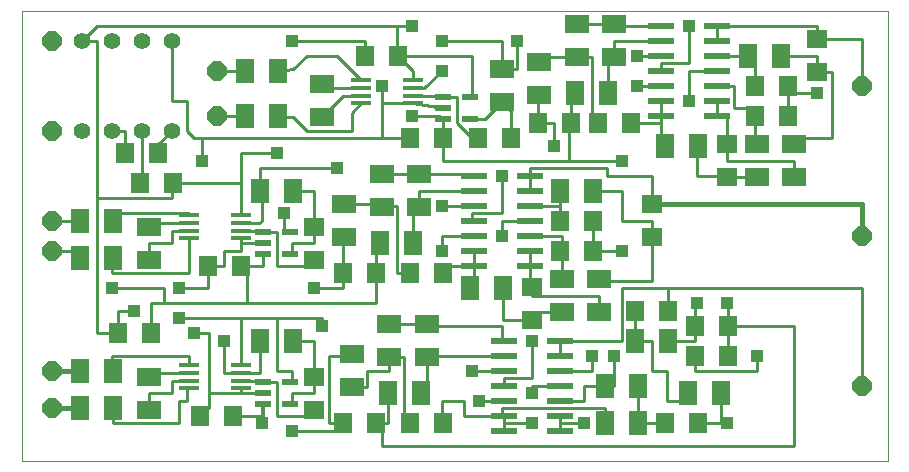
<source format=gtl>
G75*
%MOIN*%
%OFA0B0*%
%FSLAX25Y25*%
%IPPOS*%
%LPD*%
%AMOC8*
5,1,8,0,0,1.08239X$1,22.5*
%
%ADD10C,0.00000*%
%ADD11R,0.06299X0.07087*%
%ADD12R,0.07087X0.06299*%
%ADD13OC8,0.06400*%
%ADD14R,0.06299X0.07874*%
%ADD15R,0.07874X0.06299*%
%ADD16R,0.06890X0.01772*%
%ADD17R,0.05200X0.02200*%
%ADD18R,0.08600X0.02200*%
%ADD19C,0.05600*%
%ADD20R,0.04362X0.04362*%
%ADD21C,0.01000*%
%ADD22R,0.04400X0.04400*%
%ADD23C,0.01600*%
D10*
X0001000Y0008733D02*
X0001000Y0158694D01*
X0289701Y0158694D01*
X0289701Y0008733D01*
X0001000Y0008733D01*
D11*
X0060488Y0023733D03*
X0071512Y0023733D03*
X0107988Y0021233D03*
X0119012Y0021233D03*
X0130488Y0021233D03*
X0141512Y0021233D03*
X0205488Y0058733D03*
X0216512Y0058733D03*
X0225488Y0053733D03*
X0236512Y0053733D03*
X0236512Y0043733D03*
X0225488Y0043733D03*
X0226512Y0021233D03*
X0215488Y0021233D03*
X0141512Y0071233D03*
X0130488Y0071233D03*
X0119012Y0071233D03*
X0107988Y0071233D03*
X0074012Y0073733D03*
X0062988Y0073733D03*
X0044012Y0051233D03*
X0032988Y0051233D03*
X0040488Y0101233D03*
X0051512Y0101233D03*
X0046512Y0111233D03*
X0035488Y0111233D03*
X0115488Y0143733D03*
X0126512Y0143733D03*
X0130488Y0116233D03*
X0141512Y0116233D03*
X0152988Y0116233D03*
X0164012Y0116233D03*
X0172988Y0121233D03*
X0184012Y0121233D03*
X0192988Y0121233D03*
X0204012Y0121233D03*
X0245488Y0123733D03*
X0256512Y0123733D03*
X0256512Y0133733D03*
X0245488Y0133733D03*
X0191512Y0088733D03*
X0180488Y0088733D03*
X0180488Y0078733D03*
X0191512Y0078733D03*
D12*
X0211000Y0083222D03*
X0211000Y0094245D03*
X0236000Y0103222D03*
X0236000Y0114245D03*
X0266000Y0138222D03*
X0266000Y0149245D03*
X0171000Y0066745D03*
X0171000Y0055722D03*
X0098500Y0036745D03*
X0098500Y0025722D03*
X0098500Y0075722D03*
X0098500Y0086745D03*
D13*
X0066000Y0123733D03*
X0066000Y0138733D03*
X0011000Y0148733D03*
X0011000Y0118733D03*
X0011000Y0088733D03*
X0011000Y0078733D03*
X0011000Y0038733D03*
X0011000Y0026233D03*
X0281000Y0033733D03*
X0281000Y0083733D03*
X0281000Y0133733D03*
D14*
X0254012Y0143733D03*
X0242988Y0143733D03*
X0226512Y0113733D03*
X0215488Y0113733D03*
X0191512Y0098733D03*
X0180488Y0098733D03*
X0161512Y0066233D03*
X0150488Y0066233D03*
X0131512Y0081233D03*
X0120488Y0081233D03*
X0091512Y0098733D03*
X0080488Y0098733D03*
X0075488Y0123733D03*
X0086512Y0123733D03*
X0086512Y0138733D03*
X0075488Y0138733D03*
X0031512Y0088733D03*
X0020488Y0088733D03*
X0020488Y0076233D03*
X0031512Y0076233D03*
X0080488Y0048733D03*
X0091512Y0048733D03*
X0122988Y0031233D03*
X0134012Y0031233D03*
X0195488Y0033733D03*
X0206512Y0033733D03*
X0222988Y0031233D03*
X0234012Y0031233D03*
X0216512Y0048733D03*
X0205488Y0048733D03*
X0206512Y0021233D03*
X0195488Y0021233D03*
X0031512Y0026233D03*
X0020488Y0026233D03*
X0020488Y0038733D03*
X0031512Y0038733D03*
X0185488Y0131233D03*
X0196512Y0131233D03*
D15*
X0198500Y0143222D03*
X0186000Y0143222D03*
X0173500Y0141745D03*
X0161000Y0139245D03*
X0173500Y0130722D03*
X0161000Y0128222D03*
X0133500Y0104245D03*
X0121000Y0104245D03*
X0108500Y0094245D03*
X0121000Y0093222D03*
X0133500Y0093222D03*
X0108500Y0083222D03*
X0123500Y0054245D03*
X0136000Y0054245D03*
X0136000Y0043222D03*
X0123500Y0043222D03*
X0111000Y0044245D03*
X0111000Y0033222D03*
X0043500Y0036745D03*
X0043500Y0025722D03*
X0043500Y0075722D03*
X0043500Y0086745D03*
X0101000Y0123222D03*
X0101000Y0134245D03*
X0186000Y0154245D03*
X0198500Y0154245D03*
X0246000Y0114245D03*
X0258500Y0114245D03*
X0258500Y0103222D03*
X0246000Y0103222D03*
X0193500Y0069245D03*
X0181000Y0069245D03*
X0181000Y0058222D03*
X0193500Y0058222D03*
D16*
X0131512Y0127867D03*
X0131512Y0130426D03*
X0131512Y0132985D03*
X0131512Y0135544D03*
X0114189Y0135544D03*
X0114189Y0132985D03*
X0114189Y0130426D03*
X0114189Y0127867D03*
X0074012Y0090544D03*
X0074012Y0087985D03*
X0074012Y0085426D03*
X0074012Y0082867D03*
X0056689Y0082867D03*
X0056689Y0085426D03*
X0056689Y0087985D03*
X0056689Y0090544D03*
X0056689Y0040544D03*
X0056689Y0037985D03*
X0056689Y0035426D03*
X0056689Y0032867D03*
X0074012Y0032867D03*
X0074012Y0035426D03*
X0074012Y0037985D03*
X0074012Y0040544D03*
D17*
X0081400Y0034933D03*
X0081400Y0031233D03*
X0081400Y0027533D03*
X0090600Y0027533D03*
X0090600Y0034933D03*
X0090600Y0077533D03*
X0090600Y0084933D03*
X0081400Y0084933D03*
X0081400Y0081233D03*
X0081400Y0077533D03*
X0141400Y0122533D03*
X0141400Y0126233D03*
X0141400Y0129933D03*
X0150600Y0129933D03*
X0150600Y0122533D03*
D18*
X0151700Y0103733D03*
X0151700Y0098733D03*
X0151700Y0093733D03*
X0151700Y0088733D03*
X0151700Y0083733D03*
X0151700Y0078733D03*
X0151700Y0073733D03*
X0170300Y0073733D03*
X0170300Y0078733D03*
X0170300Y0083733D03*
X0170300Y0088733D03*
X0170300Y0093733D03*
X0170300Y0098733D03*
X0170300Y0103733D03*
X0214200Y0123733D03*
X0214200Y0128733D03*
X0214200Y0133733D03*
X0214200Y0138733D03*
X0214200Y0143733D03*
X0214200Y0148733D03*
X0214200Y0153733D03*
X0232800Y0153733D03*
X0232800Y0148733D03*
X0232800Y0143733D03*
X0232800Y0138733D03*
X0232800Y0133733D03*
X0232800Y0128733D03*
X0232800Y0123733D03*
X0180300Y0048733D03*
X0180300Y0043733D03*
X0180300Y0038733D03*
X0180300Y0033733D03*
X0180300Y0028733D03*
X0180300Y0023733D03*
X0180300Y0018733D03*
X0161700Y0018733D03*
X0161700Y0023733D03*
X0161700Y0028733D03*
X0161700Y0033733D03*
X0161700Y0038733D03*
X0161700Y0043733D03*
X0161700Y0048733D03*
D19*
X0051000Y0118733D03*
X0041000Y0118733D03*
X0031000Y0118733D03*
X0021000Y0118733D03*
X0021000Y0148733D03*
X0031000Y0148733D03*
X0041000Y0148733D03*
X0051000Y0148733D03*
D20*
X0091000Y0148733D03*
X0121000Y0133733D03*
X0131000Y0123733D03*
X0106000Y0106233D03*
X0086000Y0111233D03*
X0061000Y0108733D03*
X0088500Y0091233D03*
X0098500Y0066233D03*
X0101000Y0053733D03*
X0068500Y0048733D03*
X0058500Y0051233D03*
X0053500Y0056233D03*
X0038500Y0058733D03*
X0031000Y0066233D03*
X0053500Y0066233D03*
X0081000Y0021233D03*
X0091000Y0018733D03*
X0151000Y0038733D03*
X0153500Y0028733D03*
X0171000Y0031233D03*
X0171000Y0021233D03*
X0188500Y0021233D03*
X0191000Y0043733D03*
X0198500Y0043733D03*
X0171000Y0048733D03*
X0141000Y0078733D03*
X0161000Y0083733D03*
X0141000Y0093733D03*
X0161000Y0103733D03*
X0178500Y0113733D03*
X0201000Y0108733D03*
X0223500Y0128733D03*
X0206000Y0133733D03*
X0206000Y0143733D03*
X0223500Y0153733D03*
X0266000Y0131233D03*
X0201000Y0078733D03*
X0226000Y0061233D03*
X0236000Y0061233D03*
X0246000Y0043733D03*
X0236000Y0021233D03*
X0166000Y0148733D03*
X0131000Y0153733D03*
D21*
X0126000Y0153733D01*
X0126000Y0144245D01*
X0126512Y0143733D01*
X0151000Y0143733D01*
X0151000Y0130333D01*
X0150600Y0129933D01*
X0146000Y0129933D02*
X0146000Y0121233D01*
X0151000Y0116233D01*
X0152988Y0116233D01*
X0151000Y0118733D01*
X0150600Y0122533D02*
X0155312Y0122533D01*
X0161000Y0128222D01*
X0164012Y0125210D01*
X0164012Y0116233D01*
X0172988Y0121233D02*
X0178500Y0121233D01*
X0178500Y0113733D01*
X0183500Y0108733D02*
X0201000Y0108733D01*
X0196000Y0106233D02*
X0170300Y0106233D01*
X0170300Y0103733D01*
X0170300Y0098733D01*
X0170300Y0093733D02*
X0180488Y0093733D01*
X0180488Y0088733D01*
X0181000Y0083733D02*
X0181000Y0078733D01*
X0180488Y0078733D01*
X0181000Y0078733D01*
X0181000Y0069245D01*
X0171000Y0066745D02*
X0171000Y0063733D01*
X0193500Y0063733D01*
X0193500Y0058222D01*
X0201000Y0066233D02*
X0216000Y0066233D01*
X0281000Y0066233D01*
X0281000Y0033733D01*
X0258500Y0013733D02*
X0258500Y0053733D01*
X0236512Y0053733D01*
X0236512Y0061233D01*
X0236000Y0061233D01*
X0236512Y0053733D02*
X0236512Y0043733D01*
X0246000Y0043733D02*
X0246000Y0038733D01*
X0225488Y0038733D01*
X0225488Y0043733D01*
X0225488Y0048733D02*
X0225488Y0053733D01*
X0225488Y0061233D01*
X0226000Y0061233D01*
X0216512Y0058733D02*
X0216512Y0066233D01*
X0216000Y0066233D01*
X0211000Y0068733D02*
X0211000Y0083222D01*
X0211000Y0088733D01*
X0201000Y0088733D01*
X0201000Y0098733D01*
X0191512Y0098733D01*
X0196000Y0103733D02*
X0211000Y0103733D01*
X0211000Y0094245D01*
X0196000Y0103733D02*
X0196000Y0106233D01*
X0183500Y0108733D02*
X0141512Y0108733D01*
X0141512Y0116233D01*
X0141512Y0122533D01*
X0141400Y0122533D01*
X0140200Y0123733D01*
X0131000Y0123733D01*
X0131512Y0127867D02*
X0121000Y0127867D01*
X0121000Y0133733D01*
X0114189Y0132985D02*
X0102260Y0132985D01*
X0101000Y0134245D01*
X0108205Y0130426D02*
X0101000Y0123222D01*
X0096000Y0118733D02*
X0111000Y0118733D01*
X0111000Y0124678D01*
X0114189Y0127867D01*
X0114189Y0130426D02*
X0108205Y0130426D01*
X0114189Y0135544D02*
X0106000Y0143733D01*
X0096000Y0143733D01*
X0091512Y0139245D01*
X0086512Y0138733D01*
X0075488Y0138733D02*
X0066000Y0138733D01*
X0056000Y0128733D02*
X0051000Y0128733D01*
X0051000Y0148733D01*
X0026000Y0148733D02*
X0026000Y0096233D01*
X0026000Y0051233D01*
X0032988Y0051233D01*
X0032988Y0058733D01*
X0038500Y0058733D01*
X0044012Y0061233D02*
X0044012Y0051233D01*
X0053500Y0056233D02*
X0074012Y0056233D01*
X0086000Y0056233D01*
X0101000Y0056233D01*
X0101000Y0053733D01*
X0098500Y0048733D02*
X0091512Y0048733D01*
X0098500Y0048733D02*
X0098500Y0036745D01*
X0098500Y0031233D01*
X0091000Y0031233D01*
X0091000Y0027533D01*
X0090600Y0027533D01*
X0086000Y0023733D02*
X0086000Y0034933D01*
X0081400Y0034933D01*
X0081400Y0035426D01*
X0074012Y0035426D01*
X0074012Y0032867D02*
X0074012Y0031233D01*
X0063500Y0031233D01*
X0063500Y0026233D01*
X0060488Y0026233D01*
X0060488Y0023733D01*
X0056000Y0028733D02*
X0053500Y0028733D01*
X0053500Y0021233D01*
X0031512Y0021233D01*
X0031512Y0026233D01*
X0043500Y0025722D02*
X0043500Y0031233D01*
X0051000Y0031233D01*
X0051000Y0035426D01*
X0056689Y0035426D01*
X0056689Y0032867D02*
X0056000Y0032867D01*
X0056000Y0028733D01*
X0063500Y0031233D02*
X0063500Y0051233D01*
X0058500Y0051233D01*
X0056689Y0043733D02*
X0031000Y0043733D01*
X0031000Y0038733D01*
X0031512Y0038733D01*
X0043500Y0037985D02*
X0043500Y0036745D01*
X0043500Y0037985D02*
X0056689Y0037985D01*
X0056689Y0040544D02*
X0056689Y0043733D01*
X0068500Y0048733D02*
X0068500Y0037985D01*
X0074012Y0037985D01*
X0080488Y0037985D01*
X0080488Y0048733D01*
X0086000Y0056233D02*
X0086000Y0038733D01*
X0091000Y0038733D01*
X0091000Y0034933D01*
X0090600Y0034933D01*
X0081400Y0031233D02*
X0074012Y0031233D01*
X0074012Y0032867D01*
X0081000Y0027533D02*
X0081400Y0027533D01*
X0081400Y0023733D01*
X0071512Y0023733D01*
X0081000Y0021233D02*
X0081000Y0027533D01*
X0086000Y0023733D02*
X0098500Y0023733D01*
X0098500Y0025722D01*
X0103500Y0021233D02*
X0103500Y0043733D01*
X0111000Y0043733D01*
X0111000Y0044245D01*
X0116000Y0038733D02*
X0123500Y0038733D01*
X0123500Y0043222D01*
X0128500Y0043222D01*
X0128500Y0021233D01*
X0130488Y0021233D01*
X0122988Y0021233D02*
X0122988Y0031233D01*
X0116000Y0033222D02*
X0116000Y0038733D01*
X0116000Y0033222D02*
X0111000Y0033222D01*
X0108500Y0021233D02*
X0108500Y0018733D01*
X0091000Y0018733D01*
X0103500Y0021233D02*
X0107988Y0021233D01*
X0108500Y0021233D01*
X0119012Y0021233D02*
X0121000Y0021233D01*
X0121000Y0013733D01*
X0258500Y0013733D01*
X0236000Y0021233D02*
X0226512Y0021233D01*
X0234012Y0021233D02*
X0234012Y0031233D01*
X0222988Y0031233D02*
X0222988Y0028733D01*
X0216000Y0028733D01*
X0216000Y0038733D01*
X0211000Y0038733D01*
X0211000Y0048733D01*
X0205488Y0048733D01*
X0205488Y0058733D01*
X0201000Y0066233D02*
X0201000Y0048733D01*
X0180300Y0048733D01*
X0180300Y0043733D01*
X0180300Y0038733D02*
X0191000Y0038733D01*
X0191000Y0043733D01*
X0198500Y0043733D02*
X0198500Y0033733D01*
X0195488Y0033733D01*
X0188500Y0033733D01*
X0188500Y0028733D01*
X0180300Y0028733D01*
X0180300Y0033733D02*
X0171000Y0033733D01*
X0171000Y0031233D01*
X0171000Y0036233D02*
X0161700Y0036233D01*
X0161700Y0033733D01*
X0161700Y0028733D02*
X0153500Y0028733D01*
X0148500Y0028733D02*
X0148500Y0023733D01*
X0161700Y0023733D01*
X0161000Y0023733D01*
X0161000Y0026233D01*
X0195488Y0026233D01*
X0195488Y0021233D01*
X0188500Y0021233D02*
X0180300Y0021233D01*
X0180300Y0018733D01*
X0180300Y0021233D01*
X0180300Y0018733D01*
X0180300Y0021233D01*
X0180300Y0023733D01*
X0180300Y0021233D01*
X0180300Y0018733D01*
X0171000Y0021233D02*
X0161700Y0021233D01*
X0161700Y0018733D01*
X0161700Y0021233D02*
X0161700Y0023733D01*
X0148500Y0028733D02*
X0141000Y0028733D01*
X0141000Y0021233D01*
X0141512Y0021233D01*
X0141512Y0018733D01*
X0122988Y0021233D02*
X0119012Y0021233D01*
X0134012Y0031233D02*
X0136000Y0031233D01*
X0136000Y0043222D01*
X0136000Y0043733D01*
X0161700Y0043733D01*
X0161700Y0048733D02*
X0161000Y0048733D01*
X0161000Y0053733D01*
X0136000Y0053733D01*
X0136000Y0054245D01*
X0123500Y0054245D01*
X0119012Y0061233D02*
X0119012Y0071233D01*
X0119012Y0081233D01*
X0120488Y0081233D01*
X0131512Y0081233D02*
X0131512Y0093222D01*
X0133500Y0093222D01*
X0133500Y0098733D01*
X0151700Y0098733D01*
X0151700Y0093733D02*
X0141000Y0093733D01*
X0151000Y0091233D02*
X0151000Y0088733D01*
X0151700Y0088733D01*
X0151000Y0091233D02*
X0161000Y0091233D01*
X0161000Y0103733D01*
X0151700Y0103733D02*
X0151700Y0104245D01*
X0133500Y0104245D01*
X0121000Y0104245D01*
X0121000Y0094245D02*
X0108500Y0094245D01*
X0101000Y0088733D02*
X0098500Y0088733D01*
X0098500Y0081233D01*
X0091000Y0081233D01*
X0091000Y0077533D01*
X0090600Y0077533D01*
X0086000Y0073733D02*
X0086000Y0084933D01*
X0081400Y0084933D01*
X0081400Y0085426D01*
X0074012Y0085426D01*
X0074012Y0087985D02*
X0080252Y0087985D01*
X0081000Y0088733D01*
X0081000Y0098733D01*
X0080488Y0098733D01*
X0080488Y0106233D01*
X0106000Y0106233D01*
X0098500Y0098733D02*
X0091512Y0098733D01*
X0098500Y0098733D02*
X0098500Y0086745D01*
X0096000Y0086745D01*
X0096000Y0088733D01*
X0101000Y0088733D01*
X0107988Y0083222D02*
X0107988Y0071233D01*
X0107988Y0066233D01*
X0098500Y0066233D01*
X0098500Y0073733D02*
X0086000Y0073733D01*
X0081400Y0073733D02*
X0081400Y0077533D01*
X0081400Y0081233D02*
X0074012Y0081233D01*
X0074012Y0082867D01*
X0074012Y0078733D01*
X0068500Y0078733D01*
X0068500Y0073733D01*
X0062988Y0073733D01*
X0062988Y0066233D01*
X0053500Y0066233D01*
X0048500Y0066233D02*
X0048500Y0061233D01*
X0044012Y0061233D01*
X0048500Y0061233D02*
X0076000Y0061233D01*
X0076000Y0073733D01*
X0074012Y0073733D01*
X0076000Y0073733D01*
X0074012Y0073733D01*
X0076000Y0073733D02*
X0081400Y0073733D01*
X0088500Y0084933D02*
X0090600Y0084933D01*
X0088500Y0084933D02*
X0088500Y0091233D01*
X0074012Y0090544D02*
X0074012Y0101233D01*
X0074012Y0111233D01*
X0086000Y0111233D01*
X0096000Y0118733D02*
X0091512Y0123222D01*
X0086512Y0123733D01*
X0075488Y0123733D02*
X0066000Y0123733D01*
X0058500Y0116233D02*
X0056000Y0118733D01*
X0056000Y0128733D01*
X0051000Y0118733D02*
X0046512Y0114245D01*
X0046512Y0111233D01*
X0041000Y0118733D02*
X0041000Y0101233D01*
X0040488Y0101233D01*
X0051000Y0101233D02*
X0051000Y0096233D01*
X0026000Y0096233D01*
X0031000Y0091233D02*
X0056689Y0091233D01*
X0056689Y0090544D01*
X0056689Y0087985D02*
X0043500Y0087985D01*
X0043500Y0086745D01*
X0043500Y0081233D02*
X0046000Y0081233D01*
X0043500Y0081233D01*
X0043500Y0075722D01*
X0046000Y0081233D02*
X0051000Y0081233D01*
X0051000Y0085426D01*
X0056689Y0085426D01*
X0056689Y0082867D02*
X0056689Y0071233D01*
X0031000Y0071233D01*
X0031000Y0076233D01*
X0031512Y0076233D01*
X0020488Y0076233D02*
X0020488Y0078733D01*
X0011000Y0078733D01*
X0011000Y0088733D02*
X0020488Y0088733D01*
X0031000Y0088733D02*
X0031000Y0091233D01*
X0031000Y0088733D02*
X0031512Y0088733D01*
X0051000Y0101233D02*
X0051512Y0101233D01*
X0074012Y0101233D01*
X0061000Y0108733D02*
X0061000Y0116233D01*
X0058500Y0116233D01*
X0061000Y0116233D02*
X0121000Y0116233D01*
X0121000Y0127867D01*
X0131512Y0127867D02*
X0141400Y0126233D01*
X0141400Y0129933D02*
X0146000Y0129933D01*
X0141400Y0129933D02*
X0140907Y0130426D01*
X0131512Y0130426D01*
X0131512Y0132985D02*
X0135252Y0132985D01*
X0141000Y0138733D01*
X0131512Y0138733D02*
X0131512Y0135544D01*
X0131512Y0138733D02*
X0126512Y0143733D01*
X0115488Y0143733D02*
X0115488Y0148733D01*
X0091000Y0148733D01*
X0126000Y0153733D02*
X0026000Y0153733D01*
X0021000Y0148733D01*
X0026000Y0148733D01*
X0031000Y0118733D02*
X0035488Y0118733D01*
X0035488Y0111233D01*
X0098500Y0075722D02*
X0098500Y0073733D01*
X0107988Y0083222D02*
X0108500Y0083222D01*
X0121000Y0093222D02*
X0121000Y0093733D01*
X0126000Y0093733D01*
X0126000Y0071233D01*
X0130488Y0071233D01*
X0130488Y0068733D01*
X0141512Y0071233D02*
X0141512Y0073733D01*
X0141000Y0073733D01*
X0151700Y0073733D01*
X0151700Y0066233D01*
X0150488Y0066233D01*
X0151700Y0073733D02*
X0151700Y0078733D01*
X0151700Y0083733D02*
X0141000Y0083733D01*
X0141000Y0078733D01*
X0161000Y0083733D02*
X0161000Y0088733D01*
X0170300Y0088733D01*
X0170300Y0083733D02*
X0181000Y0083733D01*
X0191512Y0078733D02*
X0201000Y0078733D01*
X0191512Y0078733D02*
X0191512Y0088733D01*
X0180488Y0093733D02*
X0180488Y0098733D01*
X0183500Y0108733D02*
X0183500Y0121233D01*
X0184012Y0121233D01*
X0184012Y0131233D01*
X0185488Y0131233D01*
X0173500Y0130722D02*
X0172988Y0130722D01*
X0172988Y0121233D01*
X0164012Y0126233D02*
X0161000Y0128222D01*
X0161000Y0139245D02*
X0166000Y0139245D01*
X0166000Y0148733D01*
X0161000Y0148733D02*
X0161000Y0139245D01*
X0161000Y0148733D02*
X0141000Y0148733D01*
X0173500Y0143222D02*
X0173500Y0141745D01*
X0173500Y0143222D02*
X0186000Y0143222D01*
X0191000Y0143222D01*
X0191000Y0118733D01*
X0192988Y0118733D01*
X0192988Y0121233D01*
X0204012Y0121233D02*
X0214200Y0121233D01*
X0214200Y0113733D01*
X0215488Y0113733D01*
X0226000Y0113733D02*
X0226000Y0103733D01*
X0236000Y0103733D01*
X0236000Y0103222D01*
X0246000Y0103222D01*
X0236000Y0108733D02*
X0258500Y0108733D01*
X0258500Y0103222D01*
X0258500Y0114245D02*
X0258500Y0116233D01*
X0271000Y0116233D01*
X0271000Y0138222D01*
X0266000Y0138222D01*
X0266000Y0143733D01*
X0254012Y0143733D01*
X0245488Y0143733D02*
X0245488Y0133733D01*
X0238500Y0133733D02*
X0238500Y0126233D01*
X0245488Y0126233D01*
X0245488Y0123733D01*
X0245488Y0116745D01*
X0246000Y0114245D01*
X0236000Y0114245D02*
X0236000Y0108733D01*
X0236000Y0114245D02*
X0236000Y0123733D01*
X0232800Y0123733D01*
X0232800Y0128733D01*
X0232800Y0133733D02*
X0238500Y0133733D01*
X0232800Y0138733D02*
X0223500Y0138733D01*
X0223500Y0128733D01*
X0214200Y0128733D02*
X0214200Y0123733D01*
X0214200Y0121233D01*
X0226000Y0113733D02*
X0226512Y0113733D01*
X0196512Y0131233D02*
X0196512Y0143222D01*
X0198500Y0143222D01*
X0198500Y0148733D01*
X0214200Y0148733D01*
X0214200Y0143733D02*
X0206000Y0143733D01*
X0214200Y0141233D02*
X0214200Y0138733D01*
X0214200Y0141233D02*
X0223500Y0141233D01*
X0223500Y0153733D01*
X0232800Y0153733D02*
X0232800Y0148733D01*
X0232800Y0143733D02*
X0242988Y0143733D01*
X0245488Y0143733D01*
X0256512Y0133733D02*
X0256512Y0131233D01*
X0266000Y0131233D01*
X0256512Y0133733D02*
X0256512Y0123733D01*
X0281000Y0133733D02*
X0281000Y0149245D01*
X0266000Y0149245D01*
X0266000Y0153733D01*
X0232800Y0153733D01*
X0214200Y0153733D02*
X0198500Y0153733D01*
X0198500Y0154245D01*
X0186000Y0154245D01*
X0206000Y0133733D02*
X0214200Y0133733D01*
X0130488Y0116233D02*
X0121000Y0116233D01*
X0121000Y0094245D02*
X0121000Y0093222D01*
X0161512Y0066233D02*
X0161512Y0055722D01*
X0171000Y0055722D01*
X0171000Y0058222D01*
X0181000Y0058222D01*
X0171000Y0066745D02*
X0170300Y0066745D01*
X0170300Y0073733D01*
X0170300Y0078733D01*
X0170300Y0066745D02*
X0171000Y0066745D01*
X0193500Y0068733D02*
X0211000Y0068733D01*
X0193500Y0068733D02*
X0193500Y0069245D01*
X0171000Y0048733D02*
X0171000Y0036233D01*
X0161700Y0038733D02*
X0151000Y0038733D01*
X0119012Y0061233D02*
X0076000Y0061233D01*
X0074012Y0056233D02*
X0074012Y0040544D01*
X0048500Y0066233D02*
X0031000Y0066233D01*
X0206512Y0033733D02*
X0206512Y0021233D01*
X0215488Y0021233D01*
X0234012Y0021233D02*
X0236000Y0021233D01*
X0225488Y0048733D02*
X0216512Y0048733D01*
D22*
X0141000Y0138733D03*
X0141000Y0148733D03*
D23*
X0211000Y0094245D02*
X0281000Y0094245D01*
X0281000Y0083733D01*
X0020488Y0038733D02*
X0011000Y0038733D01*
X0011000Y0026233D02*
X0020488Y0026233D01*
M02*

</source>
